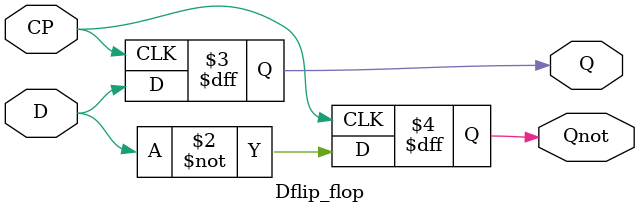
<source format=v>
module Dflip_flop(D,CP,Q,Qnot);
	input D,CP;
	output Q,Qnot;
	reg Q,Qnot;
			
	always @(posedge CP)
		begin
			Q = D;
			Qnot = ~Q;
		end
endmodule
</source>
